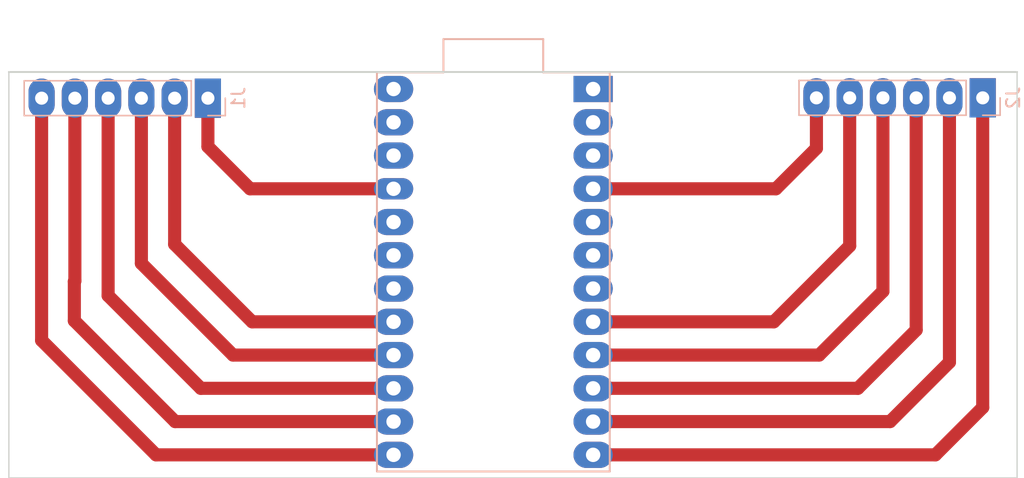
<source format=kicad_pcb>
(kicad_pcb (version 20211014) (generator pcbnew)
  (layers (0 "F.Cu" signal) (31 "B.Cu" signal) (34 "B.Paste" user) (35 "F.Paste" user) (36 "B.SilkS" user "B.Silkscreen") (37 "F.SilkS" user "F.Silkscreen") (38 "B.Mask" user) (39 "F.Mask" user) (44 "Edge.Cuts" user))
  (net 0 "")
  (net 1 "Net-(J2-Pad5)")
  (net 2 "Net-(J2-Pad4)")
  (net 3 "Net-(J2-Pad3)")
  (net 4 "Net-(J2-Pad2)")
  (net 5 "Net-(J2-Pad1)")
  (net 18 "Net-(U1-Pad13)")
  (net 19 "Net-(U1-Pad14)")
  (net 20 "Net-(U1-Pad15)")
  (net 21 "Net-(U1-Pad16)")
  (net 22 "Net-(U1-Pad17)")
  (net 23 "Net-(U1-Pad21)")
  (net 24 "Net-(U1-Pad4)")
  (footprint "Creadas:PinHeader_1x06_P2.54mm_Vertical" (layer "B.Cu") (at 123.2 76.5 90)
    (fp_text reference "J1" (at 0 2.33 270) (layer "B.SilkS") (effects (justify mirror)))
    (fp_text value "Conn_01x06")
    (fp_line (start -1.33 0) (end -1.33 1.33) (layer "B.SilkS") (width 0.12))
    (fp_line (start 1.33 -1.27) (end 1.33 -14.03) (layer "B.SilkS") (width 0.12))
    (fp_line (start -1.33 -1.27) (end -1.33 -14.03) (layer "B.SilkS") (width 0.12))
    (fp_line (start -1.33 1.33) (end 0 1.33) (layer "B.SilkS") (width 0.12))
    (fp_line (start -1.33 -1.27) (end 1.33 -1.27) (layer "B.SilkS") (width 0.12))
    (fp_line (start -1.33 -14.03) (end 1.33 -14.03) (layer "B.SilkS") (width 0.12))
    (pad "1" thru_hole rect (at 0 0 90) (size 3 2) (drill 1) (layers *.Cu *.Mask) (net 23 "Net-(U1-Pad21)"))
    (pad "2" thru_hole oval (at 0 -2.54 90) (size 3 2) (drill 1) (layers *.Cu *.Mask) (net 22 "Net-(U1-Pad17)"))
    (pad "3" thru_hole oval (at 0 -5.08 90) (size 3 2) (drill 1) (layers *.Cu *.Mask) (net 21 "Net-(U1-Pad16)"))
    (pad "4" thru_hole oval (at 0 -7.62 90) (size 3 2) (drill 1) (layers *.Cu *.Mask) (net 20 "Net-(U1-Pad15)"))
    (pad "5" thru_hole oval (at 0 -10.16 90) (size 3 2) (drill 1) (layers *.Cu *.Mask) (net 19 "Net-(U1-Pad14)"))
    (pad "6" thru_hole oval (at 0 -12.7 90) (size 3 2) (drill 1) (layers *.Cu *.Mask) (net 18 "Net-(U1-Pad13)"))
  )
  (footprint "Creadas:PinHeader_1x06_P2.54mm_Vertical" (layer "B.Cu") (at 182.375 76.475 90)
    (fp_text reference "J2" (at 0 2.33 270) (layer "B.SilkS") (effects (justify mirror)))
    (fp_text value "Conn_01x06")
    (fp_line (start -1.33 -1.27) (end -1.33 -14.03) (layer "B.SilkS") (width 0.12))
    (fp_line (start -1.33 0) (end -1.33 1.33) (layer "B.SilkS") (width 0.12))
    (fp_line (start -1.33 1.33) (end 0 1.33) (layer "B.SilkS") (width 0.12))
    (fp_line (start 1.33 -1.27) (end 1.33 -14.03) (layer "B.SilkS") (width 0.12))
    (fp_line (start -1.33 -1.27) (end 1.33 -1.27) (layer "B.SilkS") (width 0.12))
    (fp_line (start -1.33 -14.03) (end 1.33 -14.03) (layer "B.SilkS") (width 0.12))
    (pad "1" thru_hole rect (at 0 0 90) (size 3 2) (drill 1) (layers *.Cu *.Mask) (net 5 "Net-(J2-Pad1)"))
    (pad "2" thru_hole oval (at 0 -2.54 90) (size 3 2) (drill 1) (layers *.Cu *.Mask) (net 4 "Net-(J2-Pad2)"))
    (pad "3" thru_hole oval (at 0 -5.08 90) (size 3 2) (drill 1) (layers *.Cu *.Mask) (net 3 "Net-(J2-Pad3)"))
    (pad "4" thru_hole oval (at 0 -7.62 90) (size 3 2) (drill 1) (layers *.Cu *.Mask) (net 2 "Net-(J2-Pad4)"))
    (pad "5" thru_hole oval (at 0 -10.16 90) (size 3 2) (drill 1) (layers *.Cu *.Mask) (net 1 "Net-(J2-Pad5)"))
    (pad "6" thru_hole oval (at 0 -12.7 90) (size 3 2) (drill 1) (layers *.Cu *.Mask) (net 24 "Net-(U1-Pad4)"))
  )
  (footprint "Creadas:ProMicro" (layer "B.Cu") (at 145 89.77 -90)
    (fp_text reference "U1" hide)
    (fp_text value "ProMicro")
    (fp_line (start -15.24 -8.89) (end 15.24 -8.89) (layer "B.SilkS") (width 0.15))
    (fp_line (start -15.24 8.89) (end 15.24 8.89) (layer "B.SilkS") (width 0.15))
    (fp_line (start -15.24 -8.89) (end -15.24 -3.81) (layer "B.SilkS") (width 0.15))
    (fp_line (start 15.24 8.89) (end 15.24 -8.89) (layer "B.SilkS") (width 0.15))
    (fp_line (start -17.78 -3.81) (end -17.78 3.81) (layer "B.SilkS") (width 0.15))
    (fp_line (start -15.24 -3.81) (end -17.78 -3.81) (layer "B.SilkS") (width 0.15))
    (fp_line (start -15.24 3.81) (end -15.24 8.89) (layer "B.SilkS") (width 0.15))
    (fp_line (start -17.78 3.81) (end -15.24 3.81) (layer "B.SilkS") (width 0.15))
    (pad "1" thru_hole rect (at -13.97 -7.62 270) (size 2 3) (drill 1.1) (layers *.Cu "F.Mask"))
    (pad "2" thru_hole oval (at -11.43 -7.62 270) (size 2 3) (drill 1.1) (layers *.Cu "F.Mask"))
    (pad "3" thru_hole oval (at -8.89 -7.62 270) (size 2 3) (drill 1.1) (layers *.Cu "F.Mask"))
    (pad "4" thru_hole oval (at -6.35 -7.62 270) (size 2 3) (drill 1.1) (layers *.Cu "F.Mask") (net 24 "Net-(U1-Pad4)"))
    (pad "5" thru_hole oval (at -3.81 -7.62 270) (size 2 3) (drill 1.1) (layers *.Cu "F.Mask"))
    (pad "6" thru_hole oval (at -1.27 -7.62 270) (size 2 3) (drill 1.1) (layers *.Cu "F.Mask"))
    (pad "7" thru_hole oval (at 1.27 -7.62 270) (size 2 3) (drill 1.1) (layers *.Cu "F.Mask"))
    (pad "8" thru_hole oval (at 3.81 -7.62 270) (size 2 3) (drill 1.1) (layers *.Cu "F.Mask") (net 1 "Net-(J2-Pad5)"))
    (pad "9" thru_hole oval (at 6.35 -7.62 270) (size 2 3) (drill 1.1) (layers *.Cu "F.Mask") (net 2 "Net-(J2-Pad4)"))
    (pad "10" thru_hole oval (at 8.89 -7.62 270) (size 2 3) (drill 1.1) (layers *.Cu "F.Mask") (net 3 "Net-(J2-Pad3)"))
    (pad "11" thru_hole oval (at 11.43 -7.62 270) (size 2 3) (drill 1.1) (layers *.Cu "F.Mask") (net 4 "Net-(J2-Pad2)"))
    (pad "12" thru_hole oval (at 13.97 -7.62 270) (size 2 3) (drill 1.1) (layers *.Cu "F.Mask") (net 5 "Net-(J2-Pad1)"))
    (pad "13" thru_hole oval (at 13.97 7.62 270) (size 2 3) (drill 1.1) (layers *.Cu "F.Mask") (net 18 "Net-(U1-Pad13)"))
    (pad "14" thru_hole oval (at 11.43 7.62 270) (size 2 3) (drill 1.1) (layers *.Cu "F.Mask") (net 19 "Net-(U1-Pad14)"))
    (pad "15" thru_hole oval (at 8.89 7.62 270) (size 2 3) (drill 1.1) (layers *.Cu "F.Mask") (net 20 "Net-(U1-Pad15)"))
    (pad "16" thru_hole oval (at 6.35 7.62 270) (size 2 3) (drill 1.1) (layers *.Cu "F.Mask") (net 21 "Net-(U1-Pad16)"))
    (pad "17" thru_hole oval (at 3.81 7.62 270) (size 2 3) (drill 1.1) (layers *.Cu "F.Mask") (net 22 "Net-(U1-Pad17)"))
    (pad "18" thru_hole oval (at 1.27 7.62 270) (size 2 3) (drill 1.1) (layers *.Cu "F.Mask"))
    (pad "19" thru_hole oval (at -1.27 7.62 270) (size 2 3) (drill 1.1) (layers *.Cu "F.Mask"))
    (pad "20" thru_hole oval (at -3.81 7.62 270) (size 2 3) (drill 1.1) (layers *.Cu "F.Mask"))
    (pad "21" thru_hole oval (at -6.35 7.62 270) (size 1.62 3) (drill 1.1) (layers *.Cu "F.Mask") (net 23 "Net-(U1-Pad21)"))
    (pad "22" thru_hole oval (at -8.89 7.62 270) (size 2 3) (drill 1.1) (layers *.Cu "F.Mask"))
    (pad "23" thru_hole oval (at -11.43 7.62 270) (size 2 3) (drill 1.1) (layers *.Cu "F.Mask"))
    (pad "24" thru_hole oval (at -13.97 7.62 270) (size 2 3) (drill 1.1) (layers *.Cu "F.Mask"))
  )
  (gr_line (start 108 105.5) (end 185 105.5) (layer "Edge.Cuts") (width 0.1))
  (gr_line (start 108 74.5) (end 185 74.5) (layer "Edge.Cuts") (width 0.15))
  (gr_line (start 108 74.5) (end 108 105.5) (layer "Edge.Cuts") (width 0.1))
  (gr_line (start 185 74.5) (end 185 105.5) (layer "Edge.Cuts") (width 0.1))
  (segment (start 166.42 93.58) (end 152.62 93.58) (width 1) (layer "F.Cu") (net 1))
  (segment (start 172.215 76.475) (end 172.215 87.785) (width 1) (layer "F.Cu") (net 1))
  (segment (start 172.215 87.785) (end 166.42 93.58) (width 1) (layer "F.Cu") (net 1))
  (segment (start 174.755 91.245) (end 169.88 96.12) (width 1) (layer "F.Cu") (net 2))
  (segment (start 174.755 76.475) (end 174.755 91.245) (width 1) (layer "F.Cu") (net 2))
  (segment (start 169.88 96.12) (end 152.62 96.12) (width 1) (layer "F.Cu") (net 2))
  (segment (start 177.295 94.205) (end 172.84 98.66) (width 1) (layer "F.Cu") (net 3))
  (segment (start 177.295 76.475) (end 177.295 94.205) (width 1) (layer "F.Cu") (net 3))
  (segment (start 172.84 98.66) (end 152.62 98.66) (width 1) (layer "F.Cu") (net 3))
  (segment (start 179.835 96.665) (end 175.3 101.2) (width 1) (layer "F.Cu") (net 4))
  (segment (start 179.835 76.475) (end 179.835 96.665) (width 1) (layer "F.Cu") (net 4))
  (segment (start 175.3 101.2) (end 152.62 101.2) (width 1) (layer "F.Cu") (net 4))
  (segment (start 178.76 103.74) (end 152.62 103.74) (width 1) (layer "F.Cu") (net 5))
  (segment (start 182.375 76.475) (end 182.375 100.125) (width 1) (layer "F.Cu") (net 5))
  (segment (start 182.375 100.125) (end 178.76 103.74) (width 1) (layer "F.Cu") (net 5))
  (segment (start 110.5 76.5) (end 110.5 95) (width 1) (layer "F.Cu") (net 18))
  (segment (start 119.24 103.74) (end 137.38 103.74) (width 1) (layer "F.Cu") (net 18))
  (segment (start 110.5 95) (end 119.24 103.74) (width 1) (layer "F.Cu") (net 18))
  (segment (start 113.04 90.46) (end 113 90.5) (width 1) (layer "F.Cu") (net 19))
  (segment (start 113 93.5) (end 120.7 101.2) (width 1) (layer "F.Cu") (net 19))
  (segment (start 113.04 76.5) (end 113.04 90.46) (width 1) (layer "F.Cu") (net 19))
  (segment (start 113 90.5) (end 113 93.5) (width 1) (layer "F.Cu") (net 19))
  (segment (start 120.7 101.2) (end 137.38 101.2) (width 1) (layer "F.Cu") (net 19))
  (segment (start 122.66 98.66) (end 137.38 98.66) (width 1) (layer "F.Cu") (net 20))
  (segment (start 115.58 76.5) (end 115.58 91.58) (width 1) (layer "F.Cu") (net 20))
  (segment (start 115.58 91.58) (end 122.66 98.66) (width 1) (layer "F.Cu") (net 20))
  (segment (start 118.12 89.12) (end 125.12 96.12) (width 1) (layer "F.Cu") (net 21))
  (segment (start 118.12 76.5) (end 118.12 89.12) (width 1) (layer "F.Cu") (net 21))
  (segment (start 125.12 96.12) (end 137.38 96.12) (width 1) (layer "F.Cu") (net 21))
  (segment (start 126.58 93.58) (end 137.38 93.58) (width 1) (layer "F.Cu") (net 22))
  (segment (start 120.66 76.5) (end 120.66 87.66) (width 1) (layer "F.Cu") (net 22))
  (segment (start 120.66 87.66) (end 126.58 93.58) (width 1) (layer "F.Cu") (net 22))
  (segment (start 123.2 80.2) (end 126.42 83.42) (width 1) (layer "F.Cu") (net 23))
  (segment (start 126.42 83.42) (end 137.38 83.42) (width 1) (layer "F.Cu") (net 23))
  (segment (start 123.2 76.5) (end 123.2 80.2) (width 1) (layer "F.Cu") (net 23))
  (segment (start 169.675 76.475) (end 169.675 80.325) (width 1) (layer "F.Cu") (net 24))
  (segment (start 169.675 80.325) (end 166.58 83.42) (width 1) (layer "F.Cu") (net 24))
  (segment (start 166.58 83.42) (end 152.62 83.42) (width 1) (layer "F.Cu") (net 24))
)
</source>
